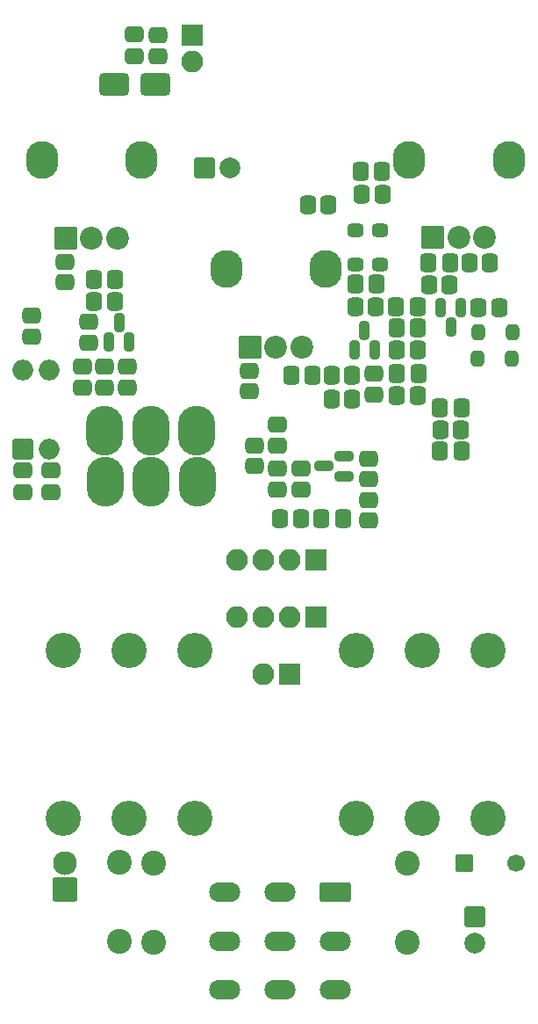
<source format=gbr>
%TF.GenerationSoftware,KiCad,Pcbnew,7.0.5-7.0.5~ubuntu22.04.1*%
%TF.CreationDate,2023-07-07T18:02:21+01:00*%
%TF.ProjectId,BMP,424d502e-6b69-4636-9164-5f7063625858,rev?*%
%TF.SameCoordinates,Original*%
%TF.FileFunction,Soldermask,Top*%
%TF.FilePolarity,Negative*%
%FSLAX46Y46*%
G04 Gerber Fmt 4.6, Leading zero omitted, Abs format (unit mm)*
G04 Created by KiCad (PCBNEW 7.0.5-7.0.5~ubuntu22.04.1) date 2023-07-07 18:02:21*
%MOMM*%
%LPD*%
G01*
G04 APERTURE LIST*
G04 Aperture macros list*
%AMRoundRect*
0 Rectangle with rounded corners*
0 $1 Rounding radius*
0 $2 $3 $4 $5 $6 $7 $8 $9 X,Y pos of 4 corners*
0 Add a 4 corners polygon primitive as box body*
4,1,4,$2,$3,$4,$5,$6,$7,$8,$9,$2,$3,0*
0 Add four circle primitives for the rounded corners*
1,1,$1+$1,$2,$3*
1,1,$1+$1,$4,$5*
1,1,$1+$1,$6,$7*
1,1,$1+$1,$8,$9*
0 Add four rect primitives between the rounded corners*
20,1,$1+$1,$2,$3,$4,$5,0*
20,1,$1+$1,$4,$5,$6,$7,0*
20,1,$1+$1,$6,$7,$8,$9,0*
20,1,$1+$1,$8,$9,$2,$3,0*%
G04 Aperture macros list end*
%ADD10RoundRect,0.200000X1.300000X0.750000X-1.300000X0.750000X-1.300000X-0.750000X1.300000X-0.750000X0*%
%ADD11O,3.000000X1.900000*%
%ADD12C,3.400000*%
%ADD13RoundRect,0.200000X-0.850000X-0.850000X0.850000X-0.850000X0.850000X0.850000X-0.850000X0.850000X0*%
%ADD14O,2.100000X2.100000*%
%ADD15RoundRect,0.200000X-0.850000X0.850000X-0.850000X-0.850000X0.850000X-0.850000X0.850000X0.850000X0*%
%ADD16RoundRect,0.200000X-0.800000X0.800000X-0.800000X-0.800000X0.800000X-0.800000X0.800000X0.800000X0*%
%ADD17C,2.000000*%
%ADD18RoundRect,0.200000X1.000000X0.950000X-1.000000X0.950000X-1.000000X-0.950000X1.000000X-0.950000X0*%
%ADD19C,2.300000*%
%ADD20C,2.398980*%
%ADD21RoundRect,0.200000X-0.650000X-0.650000X0.650000X-0.650000X0.650000X0.650000X-0.650000X0.650000X0*%
%ADD22C,1.700000*%
%ADD23RoundRect,0.450000X0.475000X-0.337500X0.475000X0.337500X-0.475000X0.337500X-0.475000X-0.337500X0*%
%ADD24RoundRect,0.450000X-0.475000X0.337500X-0.475000X-0.337500X0.475000X-0.337500X0.475000X0.337500X0*%
%ADD25RoundRect,0.450000X-0.337500X-0.475000X0.337500X-0.475000X0.337500X0.475000X-0.337500X0.475000X0*%
%ADD26RoundRect,0.450000X0.337500X0.475000X-0.337500X0.475000X-0.337500X-0.475000X0.337500X-0.475000X0*%
%ADD27O,3.120000X3.640000*%
%ADD28RoundRect,0.200000X0.900000X0.900000X-0.900000X0.900000X-0.900000X-0.900000X0.900000X-0.900000X0*%
%ADD29C,2.200000*%
%ADD30O,3.600000X4.800000*%
%ADD31RoundRect,0.450000X-1.000000X-0.650000X1.000000X-0.650000X1.000000X0.650000X-1.000000X0.650000X0*%
%ADD32RoundRect,0.450000X0.350000X0.450000X-0.350000X0.450000X-0.350000X-0.450000X0.350000X-0.450000X0*%
%ADD33RoundRect,0.350000X0.587500X0.150000X-0.587500X0.150000X-0.587500X-0.150000X0.587500X-0.150000X0*%
%ADD34RoundRect,0.200000X-0.800000X-0.800000X0.800000X-0.800000X0.800000X0.800000X-0.800000X0.800000X0*%
%ADD35RoundRect,0.450000X0.450000X-0.350000X0.450000X0.350000X-0.450000X0.350000X-0.450000X-0.350000X0*%
%ADD36RoundRect,0.450000X-0.350000X-0.450000X0.350000X-0.450000X0.350000X0.450000X-0.350000X0.450000X0*%
%ADD37RoundRect,0.425000X0.375000X-0.225000X0.375000X0.225000X-0.375000X0.225000X-0.375000X-0.225000X0*%
%ADD38RoundRect,0.450000X-0.450000X0.350000X-0.450000X-0.350000X0.450000X-0.350000X0.450000X0.350000X0*%
%ADD39RoundRect,0.425000X-0.225000X-0.375000X0.225000X-0.375000X0.225000X0.375000X-0.225000X0.375000X0*%
%ADD40RoundRect,0.425000X0.225000X0.375000X-0.225000X0.375000X-0.225000X-0.375000X0.225000X-0.375000X0*%
%ADD41RoundRect,0.350000X-0.150000X0.587500X-0.150000X-0.587500X0.150000X-0.587500X0.150000X0.587500X0*%
%ADD42RoundRect,0.200000X0.800000X-0.800000X0.800000X0.800000X-0.800000X0.800000X-0.800000X-0.800000X0*%
%ADD43O,2.000000X2.000000*%
%ADD44RoundRect,0.425000X-0.375000X0.225000X-0.375000X-0.225000X0.375000X-0.225000X0.375000X0.225000X0*%
%ADD45RoundRect,0.350000X0.150000X-0.587500X0.150000X0.587500X-0.150000X0.587500X-0.150000X-0.587500X0*%
G04 APERTURE END LIST*
D10*
%TO.C,SW1*%
X148550000Y-137825000D03*
D11*
X143250000Y-137825000D03*
X137950000Y-137825000D03*
X148550000Y-142525000D03*
X143250000Y-142550000D03*
X137950000Y-142525000D03*
X148550000Y-147225000D03*
X143250000Y-147225000D03*
X137950000Y-147225000D03*
%TD*%
D12*
%TO.C,J3*%
X128660000Y-130730000D03*
X128660000Y-114500000D03*
X122310000Y-130730000D03*
X122310000Y-114500000D03*
X135010000Y-130730000D03*
X135010000Y-114500000D03*
%TD*%
D13*
%TO.C,J1*%
X134760000Y-55260000D03*
D14*
X134760000Y-57800000D03*
%TD*%
D15*
%TO.C,JOVGI1*%
X146700000Y-111350000D03*
D14*
X144160000Y-111350000D03*
X141620000Y-111350000D03*
X139080000Y-111350000D03*
%TD*%
D15*
%TO.C,JOVGI2*%
X146700000Y-105800000D03*
D14*
X144160000Y-105800000D03*
X141620000Y-105800000D03*
X139080000Y-105800000D03*
%TD*%
D16*
%TO.C,C2*%
X162000000Y-140200000D03*
D17*
X162000000Y-142700000D03*
%TD*%
D18*
%TO.C,D1*%
X122500000Y-137540000D03*
D19*
X122500000Y-135000000D03*
%TD*%
D20*
%TO.C,R1*%
X155500000Y-135000000D03*
X155500000Y-142620000D03*
%TD*%
%TO.C,R2*%
X127760000Y-142600000D03*
X127760000Y-134980000D03*
%TD*%
%TO.C,R3*%
X131010000Y-135000000D03*
X131010000Y-142620000D03*
%TD*%
D21*
%TO.C,C1*%
X161050000Y-135000000D03*
D22*
X166050000Y-135000000D03*
%TD*%
D15*
%TO.C,J4*%
X144140000Y-116810000D03*
D14*
X141600000Y-116810000D03*
%TD*%
D12*
%TO.C,J2*%
X156925000Y-114500000D03*
X156925000Y-130730000D03*
X163275000Y-114500000D03*
X163275000Y-130730000D03*
X150575000Y-114500000D03*
X150575000Y-130730000D03*
%TD*%
D23*
%TO.C,C16*%
X121110000Y-99275000D03*
X121110000Y-97200000D03*
%TD*%
D24*
%TO.C,C17*%
X124210000Y-87162500D03*
X124210000Y-89237500D03*
%TD*%
D25*
%TO.C,C6*%
X144335000Y-88000000D03*
X146410000Y-88000000D03*
%TD*%
D26*
%TO.C,C14*%
X159647500Y-77200000D03*
X157572500Y-77200000D03*
%TD*%
D27*
%TO.C,RV2*%
X138050000Y-77830000D03*
X147650000Y-77830000D03*
D28*
X140350000Y-85330000D03*
D29*
X142850000Y-85330000D03*
X145350000Y-85330000D03*
%TD*%
D30*
%TO.C,SW2*%
X126310000Y-93400000D03*
X130760000Y-93400000D03*
X135210000Y-93400000D03*
X126360000Y-98300000D03*
X130810000Y-98300000D03*
X135260000Y-98300000D03*
%TD*%
D31*
%TO.C,D6*%
X127260000Y-60050000D03*
X131260000Y-60050000D03*
%TD*%
D26*
%TO.C,C12*%
X156585000Y-87900000D03*
X154510000Y-87900000D03*
%TD*%
D32*
%TO.C,R17*%
X160722500Y-93300000D03*
X158722500Y-93300000D03*
%TD*%
D33*
%TO.C,Q1*%
X149385000Y-97750000D03*
X149385000Y-95850000D03*
X147510000Y-96800000D03*
%TD*%
D25*
%TO.C,C7*%
X150510000Y-79200000D03*
X152585000Y-79200000D03*
%TD*%
D34*
%TO.C,C19*%
X135927621Y-68100000D03*
D17*
X138427621Y-68100000D03*
%TD*%
D35*
%TO.C,R7*%
X151760000Y-98050000D03*
X151760000Y-96050000D03*
%TD*%
%TO.C,R24*%
X128510000Y-89200000D03*
X128510000Y-87200000D03*
%TD*%
D32*
%TO.C,R16*%
X164410000Y-81500000D03*
X162410000Y-81500000D03*
%TD*%
D23*
%TO.C,C5*%
X143010000Y-94837500D03*
X143010000Y-92762500D03*
%TD*%
D35*
%TO.C,R22*%
X119310000Y-84300000D03*
X119310000Y-82300000D03*
%TD*%
D36*
%TO.C,R10*%
X148210000Y-88000000D03*
X150210000Y-88000000D03*
%TD*%
%TO.C,R15*%
X154510000Y-85600000D03*
X156510000Y-85600000D03*
%TD*%
D25*
%TO.C,C13*%
X151010000Y-68400000D03*
X153085000Y-68400000D03*
%TD*%
D37*
%TO.C,D2*%
X152910000Y-77350000D03*
X152910000Y-74050000D03*
%TD*%
D26*
%TO.C,C10*%
X160760000Y-91200000D03*
X158685000Y-91200000D03*
%TD*%
D36*
%TO.C,R21*%
X161510000Y-77200000D03*
X163510000Y-77200000D03*
%TD*%
D35*
%TO.C,R12*%
X152310000Y-89900000D03*
X152310000Y-87900000D03*
%TD*%
D32*
%TO.C,R14*%
X147910000Y-71600000D03*
X145910000Y-71600000D03*
%TD*%
D35*
%TO.C,R9*%
X140310000Y-89600000D03*
X140310000Y-87600000D03*
%TD*%
D38*
%TO.C,R28*%
X131510000Y-55300000D03*
X131510000Y-57300000D03*
%TD*%
D35*
%TO.C,R6*%
X143010000Y-99050000D03*
X143010000Y-97050000D03*
%TD*%
D24*
%TO.C,C20*%
X129210000Y-55200000D03*
X129210000Y-57275000D03*
%TD*%
D39*
%TO.C,D5*%
X162360000Y-83900000D03*
X165660000Y-83900000D03*
%TD*%
D35*
%TO.C,R27*%
X126310000Y-89200000D03*
X126310000Y-87200000D03*
%TD*%
D38*
%TO.C,R23*%
X122510000Y-77100000D03*
X122510000Y-79100000D03*
%TD*%
D25*
%TO.C,C9*%
X154472500Y-83500000D03*
X156547500Y-83500000D03*
%TD*%
D32*
%TO.C,R18*%
X156510000Y-90000000D03*
X154510000Y-90000000D03*
%TD*%
D26*
%TO.C,C11*%
X160760000Y-95300000D03*
X158685000Y-95300000D03*
%TD*%
D25*
%TO.C,C18*%
X125272500Y-78800000D03*
X127347500Y-78800000D03*
%TD*%
D26*
%TO.C,C8*%
X156510000Y-81400000D03*
X154435000Y-81400000D03*
%TD*%
D40*
%TO.C,D4*%
X165560000Y-86400000D03*
X162260000Y-86400000D03*
%TD*%
D27*
%TO.C,RV4*%
X120260000Y-67300000D03*
X129860000Y-67300000D03*
D28*
X122560000Y-74800000D03*
D29*
X125060000Y-74800000D03*
X127560000Y-74800000D03*
%TD*%
D35*
%TO.C,R8*%
X140760000Y-96800000D03*
X140760000Y-94800000D03*
%TD*%
D23*
%TO.C,C4*%
X145260000Y-99087500D03*
X145260000Y-97012500D03*
%TD*%
D41*
%TO.C,Q3*%
X160660000Y-81525000D03*
X158760000Y-81525000D03*
X159710000Y-83400000D03*
%TD*%
D35*
%TO.C,R26*%
X124810000Y-84900000D03*
X124810000Y-82900000D03*
%TD*%
D42*
%TO.C,SW3*%
X118470000Y-95120000D03*
D43*
X121010000Y-95120000D03*
X121010000Y-87500000D03*
X118470000Y-87500000D03*
%TD*%
D27*
%TO.C,RV3*%
X155710000Y-67275000D03*
X165310000Y-67275000D03*
D28*
X158010000Y-74775000D03*
D29*
X160510000Y-74775000D03*
X163010000Y-74775000D03*
%TD*%
D32*
%TO.C,R25*%
X127310000Y-80900000D03*
X125310000Y-80900000D03*
%TD*%
D23*
%TO.C,C15*%
X118410000Y-99300000D03*
X118410000Y-97225000D03*
%TD*%
D25*
%TO.C,C3*%
X147260000Y-101800000D03*
X149335000Y-101800000D03*
%TD*%
D36*
%TO.C,R11*%
X148210000Y-90300000D03*
X150210000Y-90300000D03*
%TD*%
D44*
%TO.C,D3*%
X150510000Y-74050000D03*
X150510000Y-77350000D03*
%TD*%
D36*
%TO.C,R13*%
X150510000Y-81400000D03*
X152510000Y-81400000D03*
%TD*%
%TO.C,R19*%
X157610000Y-79300000D03*
X159610000Y-79300000D03*
%TD*%
%TO.C,R4*%
X143260000Y-101800000D03*
X145260000Y-101800000D03*
%TD*%
D45*
%TO.C,Q4*%
X126760000Y-84837500D03*
X128660000Y-84837500D03*
X127710000Y-82962500D03*
%TD*%
D35*
%TO.C,R5*%
X151760000Y-102050000D03*
X151760000Y-100050000D03*
%TD*%
D36*
%TO.C,R20*%
X151110000Y-70600000D03*
X153110000Y-70600000D03*
%TD*%
D45*
%TO.C,Q2*%
X150460000Y-85575000D03*
X152360000Y-85575000D03*
X151410000Y-83700000D03*
%TD*%
M02*

</source>
